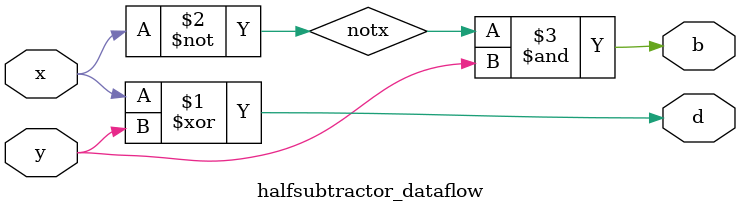
<source format=v>
module halfsubtractor_dataflow(x, y, b, d);
input x, y;
output b, d;
assign d = x ^ y;
assign notx = ~x;
assign b = notx & y;
endmodule
</source>
